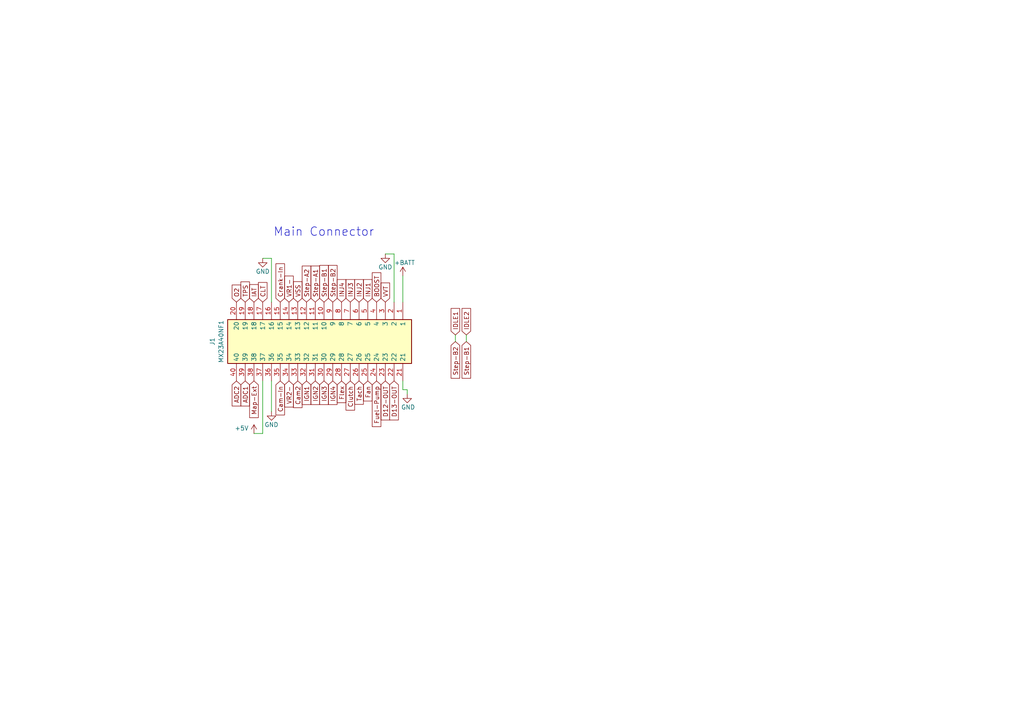
<source format=kicad_sch>
(kicad_sch (version 20231120) (generator "eeschema") (generator_version "8.0")
  (paper "A4")
  (title_block (title "Spark Gap x4") (date "2024-07-16") (rev "A") (company "OpenLogicEFI") (comment 1 "openlogicefi.com"))
  (lib_symbols
    (symbol "MX23A40NF1:MX23A40NF1"
      (property "Reference" "J" (at 19.05 7.62 0))
      (property "Value" "MX23A40NF1" (at 19.05 5.08 0))
      (symbol "MX23A40NF1_1_1"
        (rectangle (start 5.08 2.54) (end 17.78 -50.8) (stroke (width 0.254)) (fill (type background)))
        (pin passive line (at 22.86 -48.26 180) (length 5.08) (name "1") (number "1"))
        (pin passive line (at 22.86 -25.4 180) (length 5.08) (name "10") (number "10"))
        (pin passive line (at 22.86 -22.86 180) (length 5.08) (name "11") (number "11"))
        (pin passive line (at 22.86 -20.32 180) (length 5.08) (name "12") (number "12"))
        (pin passive line (at 22.86 -17.78 180) (length 5.08) (name "13") (number "13"))
        (pin passive line (at 22.86 -15.24 180) (length 5.08) (name "14") (number "14"))
        (pin passive line (at 22.86 -12.7 180) (length 5.08) (name "15") (number "15"))
        (pin passive line (at 22.86 -10.16 180) (length 5.08) (name "16") (number "16"))
        (pin passive line (at 22.86 -7.62 180) (length 5.08) (name "17") (number "17"))
        (pin passive line (at 22.86 -5.08 180) (length 5.08) (name "18") (number "18"))
        (pin passive line (at 22.86 -2.54 180) (length 5.08) (name "19") (number "19"))
        (pin passive line (at 22.86 -45.72 180) (length 5.08) (name "2") (number "2"))
        (pin passive line (at 22.86 0 180) (length 5.08) (name "20") (number "20"))
        (pin passive line (at 0 -48.26 0) (length 5.08) (name "21") (number "21"))
        (pin passive line (at 0 -45.72 0) (length 5.08) (name "22") (number "22"))
        (pin passive line (at 0 -43.18 0) (length 5.08) (name "23") (number "23"))
        (pin passive line (at 0 -40.64 0) (length 5.08) (name "24") (number "24"))
        (pin passive line (at 0 -38.1 0) (length 5.08) (name "25") (number "25"))
        (pin passive line (at 0 -35.56 0) (length 5.08) (name "26") (number "26"))
        (pin passive line (at 0 -33.02 0) (length 5.08) (name "27") (number "27"))
        (pin passive line (at 0 -30.48 0) (length 5.08) (name "28") (number "28"))
        (pin passive line (at 0 -27.94 0) (length 5.08) (name "29") (number "29"))
        (pin passive line (at 22.86 -43.18 180) (length 5.08) (name "3") (number "3"))
        (pin passive line (at 0 -25.4 0) (length 5.08) (name "30") (number "30"))
        (pin passive line (at 0 -22.86 0) (length 5.08) (name "31") (number "31"))
        (pin passive line (at 0 -20.32 0) (length 5.08) (name "32") (number "32"))
        (pin passive line (at 0 -17.78 0) (length 5.08) (name "33") (number "33"))
        (pin passive line (at 0 -15.24 0) (length 5.08) (name "34") (number "34"))
        (pin passive line (at 0 -12.7 0) (length 5.08) (name "35") (number "35"))
        (pin passive line (at 0 -10.16 0) (length 5.08) (name "36") (number "36"))
        (pin passive line (at 0 -7.62 0) (length 5.08) (name "37") (number "37"))
        (pin passive line (at 0 -5.08 0) (length 5.08) (name "38") (number "38"))
        (pin passive line (at 0 -2.54 0) (length 5.08) (name "39") (number "39"))
        (pin passive line (at 22.86 -40.64 180) (length 5.08) (name "4") (number "4"))
        (pin passive line (at 0 0 0) (length 5.08) (name "40") (number "40"))
        (pin passive line (at 22.86 -38.1 180) (length 5.08) (name "5") (number "5"))
        (pin passive line (at 22.86 -35.56 180) (length 5.08) (name "6") (number "6"))
        (pin passive line (at 22.86 -33.02 180) (length 5.08) (name "7") (number "7"))
        (pin passive line (at 22.86 -30.48 180) (length 5.08) (name "8") (number "8"))
        (pin passive line (at 22.86 -27.94 180) (length 5.08) (name "9") (number "9"))
      )
    )
    (symbol "power:+5V" (power) (pin_names (offset 0))
      (property "Value" "+5V" (at 0 3.556 0))
      (symbol "+5V_0_1"
        (polyline (pts (xy -0.762 1.27) (xy 0 2.54)))
        (polyline (pts (xy 0 0) (xy 0 2.54)))
        (polyline (pts (xy 0 2.54) (xy 0.762 1.27)))
      )
      (symbol "+5V_1_1"
        (pin power_in line (at 0 0 90) (length 0) hide (name "+5V") (number "1"))
      )
    )
    (symbol "power:+BATT" (power) (pin_names (offset 0))
      (property "Value" "+BATT" (at 0 3.556 0))
      (symbol "+BATT_0_1"
        (polyline (pts (xy -0.762 1.27) (xy 0 2.54)))
        (polyline (pts (xy 0 0) (xy 0 2.54)))
        (polyline (pts (xy 0 2.54) (xy 0.762 1.27)))
      )
      (symbol "+BATT_1_1"
        (pin power_in line (at 0 0 90) (length 0) hide (name "+BATT") (number "1"))
      )
    )
    (symbol "power:GND" (power) (pin_names (offset 0))
      (property "Value" "GND" (at 0 -3.81 0))
      (symbol "GND_0_1"
        (polyline (pts (xy 0 0) (xy 0 -1.27) (xy 1.27 -1.27) (xy 0 -2.54) (xy -1.27 -1.27) (xy 0 -1.27)))
      )
      (symbol "GND_1_1"
        (pin power_in line (at 0 0 270) (length 0) hide (name "GND") (number "1"))
      )
    )
  )
  (wire (pts (xy 76.2 74.93) (xy 78.74 74.93)))
  (wire (pts (xy 78.74 119.38) (xy 78.74 110.49)))
  (wire (pts (xy 73.66 125.73) (xy 76.2 125.73)))
  (wire (pts (xy 111.76 73.66) (xy 114.3 73.66)))
  (wire (pts (xy 118.11 113.03) (xy 116.84 113.03)))
  (wire (pts (xy 114.3 73.66) (xy 114.3 87.63)))
  (wire (pts (xy 116.84 80.01) (xy 116.84 87.63)))
  (wire (pts (xy 132.08 99.06) (xy 132.08 97.155)))
  (wire (pts (xy 76.2 125.73) (xy 76.2 110.49)))
  (wire (pts (xy 118.11 114.3) (xy 118.11 113.03)))
  (wire (pts (xy 116.84 113.03) (xy 116.84 110.49)))
  (wire (pts (xy 78.74 74.93) (xy 78.74 87.63)))
  (wire (pts (xy 135.255 99.06) (xy 135.255 97.155)))
  (text "Main Connector" (at 79.248 68.834 0) (effects (font (size 2.4892 2.4892)) (justify left bottom)))
  (global_label "Step-B2" (shape input) (at 132.08 99.06 270) (property "Intersheetrefs" "${INTERSHEET_REFS}" (effects (hide yes))))
  (global_label "IGN4" (shape input) (at 96.52 110.49 270) (property "Intersheetrefs" "${INTERSHEET_REFS}" (effects (hide yes))))
  (global_label "Fuel-Pump" (shape input) (at 109.22 110.49 270) (property "Intersheetrefs" "${INTERSHEET_REFS}" (effects (hide yes))))
  (global_label "Crank-In" (shape input) (at 81.28 87.63 90) (property "Intersheetrefs" "${INTERSHEET_REFS}" (effects (hide yes))))
  (global_label "VVT" (shape input) (at 111.76 87.63 90) (property "Intersheetrefs" "${INTERSHEET_REFS}" (effects (hide yes))))
  (global_label "INJ1" (shape input) (at 106.68 87.63 90) (property "Intersheetrefs" "${INTERSHEET_REFS}" (effects (hide yes))))
  (global_label "INJ3" (shape input) (at 101.6 87.63 90) (property "Intersheetrefs" "${INTERSHEET_REFS}" (effects (hide yes))))
  (global_label "VR1-" (shape input) (at 83.82 87.63 90) (property "Intersheetrefs" "${INTERSHEET_REFS}" (effects (hide yes))))
  (global_label "INJ2" (shape input) (at 104.14 87.63 90) (property "Intersheetrefs" "${INTERSHEET_REFS}" (effects (hide yes))))
  (global_label "Clutch" (shape input) (at 101.6 110.49 270) (property "Intersheetrefs" "${INTERSHEET_REFS}" (effects (hide yes))))
  (global_label "D12-OUT" (shape input) (at 111.76 110.49 270) (property "Intersheetrefs" "${INTERSHEET_REFS}" (effects (hide yes))))
  (global_label "Step-B1" (shape input) (at 135.255 99.06 270) (property "Intersheetrefs" "${INTERSHEET_REFS}" (effects (hide yes))))
  (global_label "IDLE1" (shape input) (at 132.08 97.155 90) (property "Intersheetrefs" "${INTERSHEET_REFS}" (effects (hide yes))))
  (global_label "Tach" (shape input) (at 104.14 110.49 270) (property "Intersheetrefs" "${INTERSHEET_REFS}" (effects (hide yes))))
  (global_label "CLT" (shape input) (at 76.2 87.63 90) (property "Intersheetrefs" "${INTERSHEET_REFS}" (effects (hide yes))))
  (global_label "Map-Ext" (shape input) (at 73.66 110.49 270) (property "Intersheetrefs" "${INTERSHEET_REFS}" (effects (hide yes))))
  (global_label "TPS" (shape input) (at 71.12 87.63 90) (property "Intersheetrefs" "${INTERSHEET_REFS}" (effects (hide yes))))
  (global_label "Step-A1" (shape input) (at 91.44 87.63 90) (property "Intersheetrefs" "${INTERSHEET_REFS}" (effects (hide yes))))
  (global_label "Cam-In" (shape input) (at 81.28 110.49 270) (property "Intersheetrefs" "${INTERSHEET_REFS}" (effects (hide yes))))
  (global_label "Flex" (shape input) (at 99.06 110.49 270) (property "Intersheetrefs" "${INTERSHEET_REFS}" (effects (hide yes))))
  (global_label "Step-B1" (shape input) (at 93.98 87.63 90) (property "Intersheetrefs" "${INTERSHEET_REFS}" (effects (hide yes))))
  (global_label "VR2-" (shape input) (at 83.82 110.49 270) (property "Intersheetrefs" "${INTERSHEET_REFS}" (effects (hide yes))))
  (global_label "IAT" (shape input) (at 73.66 87.63 90) (property "Intersheetrefs" "${INTERSHEET_REFS}" (effects (hide yes))))
  (global_label "ADC1" (shape input) (at 71.12 110.49 270) (property "Intersheetrefs" "${INTERSHEET_REFS}" (effects (hide yes))))
  (global_label "O2" (shape input) (at 68.58 87.63 90) (property "Intersheetrefs" "${INTERSHEET_REFS}" (effects (hide yes))))
  (global_label "Step-B2" (shape input) (at 96.52 87.63 90) (property "Intersheetrefs" "${INTERSHEET_REFS}" (effects (hide yes))))
  (global_label "IGN3" (shape input) (at 93.98 110.49 270) (property "Intersheetrefs" "${INTERSHEET_REFS}" (effects (hide yes))))
  (global_label "INJ4" (shape input) (at 99.06 87.63 90) (property "Intersheetrefs" "${INTERSHEET_REFS}" (effects (hide yes))))
  (global_label "Step-A2" (shape input) (at 88.9 87.63 90) (property "Intersheetrefs" "${INTERSHEET_REFS}" (effects (hide yes))))
  (global_label "IGN2" (shape input) (at 91.44 110.49 270) (property "Intersheetrefs" "${INTERSHEET_REFS}" (effects (hide yes))))
  (global_label "VSS" (shape input) (at 86.36 87.63 90) (property "Intersheetrefs" "${INTERSHEET_REFS}" (effects (hide yes))))
  (global_label "ADC2" (shape input) (at 68.58 110.49 270) (property "Intersheetrefs" "${INTERSHEET_REFS}" (effects (hide yes))))
  (global_label "Cam2" (shape input) (at 86.36 110.49 270) (property "Intersheetrefs" "${INTERSHEET_REFS}" (effects (hide yes))))
  (global_label "Fan" (shape input) (at 106.68 110.49 270) (property "Intersheetrefs" "${INTERSHEET_REFS}" (effects (hide yes))))
  (global_label "D13-OUT" (shape input) (at 114.3 110.49 270) (property "Intersheetrefs" "${INTERSHEET_REFS}" (effects (hide yes))))
  (global_label "BOOST" (shape input) (at 109.22 87.63 90) (property "Intersheetrefs" "${INTERSHEET_REFS}" (effects (hide yes))))
  (global_label "IGN1" (shape input) (at 88.9 110.49 270) (property "Intersheetrefs" "${INTERSHEET_REFS}" (effects (hide yes))))
  (global_label "IDLE2" (shape input) (at 135.255 97.155 90) (property "Intersheetrefs" "${INTERSHEET_REFS}" (effects (hide yes))))
  (symbol (lib_id "power:+BATT") (at 116.84 80.01 0) (unit 1)
    (property "Reference" "#PWR011" (effects (hide yes)))
    (property "Value" "+BATT" (at 114.3 76.2 0) (effects (justify left)))
  )
  (symbol (lib_id "power:GND") (at 78.74 119.38 0) (unit 1)
    (property "Reference" "#PWR015" (effects (hide yes)))
    (property "Value" "GND" (at 78.74 123.19 0))
  )
  (symbol (lib_id "power:+5V") (at 73.66 125.73 0) (unit 1)
    (property "Reference" "#PWR0103" (effects (hide yes)))
    (property "Value" "+5V" (at 72.136 124.206 0) (effects (justify right)))
  )
  (symbol (lib_id "power:GND") (at 111.76 73.66 0) (mirror y) (unit 1)
    (property "Reference" "#PWR027" (effects (hide yes)))
    (property "Value" "GND" (at 111.76 77.47 0))
  )
  (symbol (lib_id "power:GND") (at 118.11 114.3 0) (unit 1)
    (property "Reference" "#PWR034" (effects (hide yes)))
    (property "Value" "GND" (at 118.364 118.11 0))
  )
  (symbol (lib_id "power:GND") (at 76.2 74.93 0) (mirror y) (unit 1)
    (property "Reference" "#PWR028" (effects (hide yes)))
    (property "Value" "GND" (at 76.2 78.74 0))
  )
  (symbol (lib_id "MX23A40NF1:MX23A40NF1") (at 68.58 110.49 90) (unit 1) (in_bom no)
    (property "Reference" "J1" (at 61.595 99.06 0))
    (property "Value" "MX23A40NF1" (at 64.135 99.06 0))
    (property "Footprint" "Detonation:MX23A40NF1" (effects (hide yes)))
    (property "Datasheet" "https://www.jae.com/direct/topics/topics_file_download/topics_id=64777&ext_no=06&_lang=en&v=" (effects (hide yes)))
    (property "Height" "18.9" (effects (hide yes)))
    (property "Manufacturer_Name" "JAE" (effects (hide yes)))
    (property "Manufacturer_Part_Number" "MX23A40NF1" (effects (hide yes)))
    (property "Mouser Part Number" "656-MX23A40NF1" (effects (hide yes)))
    (property "Mouser Price/Stock" "https://www.mouser.co.uk/ProductDetail/JAE-Electronics/MX23A40NF1?qs=zwT864VV%2FIP%252BlXbBtrhgQg%3D%3D" (effects (hide yes)))
  )
)
</source>
